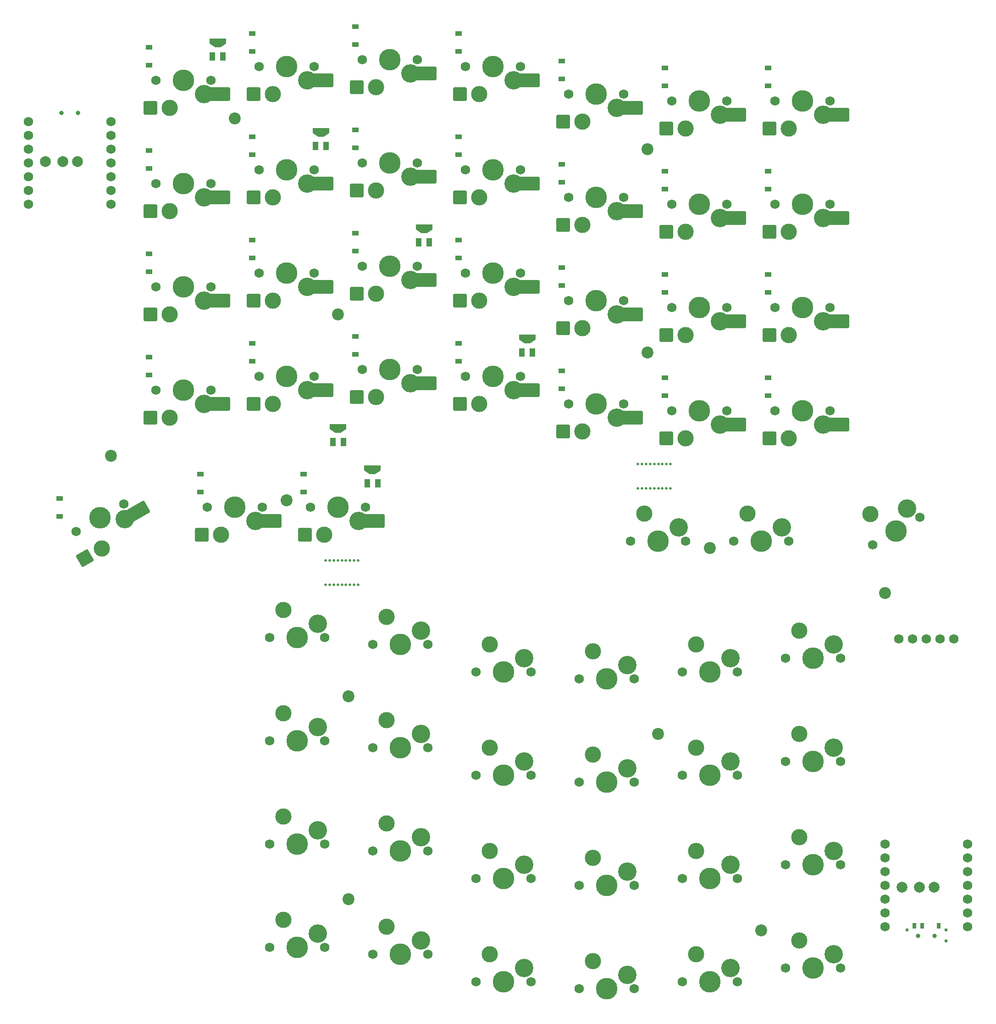
<source format=gbr>
%TF.GenerationSoftware,KiCad,Pcbnew,(6.0.7-1)-1*%
%TF.CreationDate,2023-01-14T16:38:51+08:00*%
%TF.ProjectId,prelude,7072656c-7564-4652-9e6b-696361645f70,rev?*%
%TF.SameCoordinates,Original*%
%TF.FileFunction,Soldermask,Bot*%
%TF.FilePolarity,Negative*%
%FSLAX46Y46*%
G04 Gerber Fmt 4.6, Leading zero omitted, Abs format (unit mm)*
G04 Created by KiCad (PCBNEW (6.0.7-1)-1) date 2023-01-14 16:38:51*
%MOMM*%
%LPD*%
G01*
G04 APERTURE LIST*
G04 Aperture macros list*
%AMRoundRect*
0 Rectangle with rounded corners*
0 $1 Rounding radius*
0 $2 $3 $4 $5 $6 $7 $8 $9 X,Y pos of 4 corners*
0 Add a 4 corners polygon primitive as box body*
4,1,4,$2,$3,$4,$5,$6,$7,$8,$9,$2,$3,0*
0 Add four circle primitives for the rounded corners*
1,1,$1+$1,$2,$3*
1,1,$1+$1,$4,$5*
1,1,$1+$1,$6,$7*
1,1,$1+$1,$8,$9*
0 Add four rect primitives between the rounded corners*
20,1,$1+$1,$2,$3,$4,$5,0*
20,1,$1+$1,$4,$5,$6,$7,0*
20,1,$1+$1,$6,$7,$8,$9,0*
20,1,$1+$1,$8,$9,$2,$3,0*%
%AMRotRect*
0 Rectangle, with rotation*
0 The origin of the aperture is its center*
0 $1 length*
0 $2 width*
0 $3 Rotation angle, in degrees counterclockwise*
0 Add horizontal line*
21,1,$1,$2,0,0,$3*%
%AMFreePoly0*
4,1,27,0.669380,1.507580,0.673100,1.498600,0.673100,-1.498600,0.669380,-1.507580,0.660400,-1.511300,-0.254000,-1.511300,-0.255209,-1.510799,-0.256491,-1.511053,-0.259564,-1.508995,-0.262980,-1.507580,-0.263480,-1.506373,-0.264567,-1.505645,-0.924967,-0.515045,-0.925685,-0.511417,-0.927100,-0.508000,-0.927100,0.508000,-0.925685,0.511417,-0.924967,0.515045,-0.264567,1.505645,-0.263480,1.506373,
-0.262980,1.507580,-0.259564,1.508995,-0.256491,1.511053,-0.255209,1.510799,-0.254000,1.511300,0.660400,1.511300,0.669380,1.507580,0.669380,1.507580,$1*%
G04 Aperture macros list end*
%ADD10C,3.000000*%
%ADD11C,1.750000*%
%ADD12C,3.987800*%
%ADD13C,3.400000*%
%ADD14RoundRect,0.250000X1.025000X1.000000X-1.025000X1.000000X-1.025000X-1.000000X1.025000X-1.000000X0*%
%ADD15R,2.550000X2.500000*%
%ADD16RoundRect,0.250000X0.387676X1.378525X-1.387676X0.353525X-0.387676X-1.378525X1.387676X-0.353525X0*%
%ADD17RotRect,2.550000X2.500000X210.000000*%
%ADD18R,1.200000X0.900000*%
%ADD19R,1.041400X1.524000*%
%ADD20FreePoly0,90.000000*%
%ADD21C,0.500000*%
%ADD22C,1.752600*%
%ADD23C,2.000000*%
%ADD24C,0.800000*%
%ADD25R,0.800000X1.000000*%
%ADD26R,0.600000X0.600000*%
%ADD27C,2.200000*%
G04 APERTURE END LIST*
D10*
%TO.C,SWL3-0*%
X-67260000Y-152955000D03*
D11*
X-59640000Y-158035000D03*
D12*
X-64720000Y-158035000D03*
D11*
X-69800000Y-158035000D03*
D13*
X-60910000Y-155495000D03*
%TD*%
D10*
%TO.C,SWL0-1*%
X-124410000Y-145335000D03*
D11*
X-116790000Y-150415000D03*
D12*
X-121870000Y-150415000D03*
D11*
X-126950000Y-150415000D03*
D13*
X-118060000Y-147875000D03*
%TD*%
D10*
%TO.C,SWL3-4*%
X-67260000Y-95805000D03*
D11*
X-59640000Y-100885000D03*
D12*
X-64720000Y-100885000D03*
D11*
X-69800000Y-100885000D03*
D13*
X-60910000Y-98345000D03*
%TD*%
D10*
%TO.C,SWL5-2*%
X-29160000Y-111045000D03*
D11*
X-21540000Y-116125000D03*
D12*
X-26620000Y-116125000D03*
D11*
X-31700000Y-116125000D03*
D13*
X-22810000Y-113585000D03*
%TD*%
D10*
%TO.C,SWL4-2*%
X-48210000Y-113585000D03*
D11*
X-40590000Y-118665000D03*
D12*
X-45670000Y-118665000D03*
D11*
X-50750000Y-118665000D03*
D13*
X-41860000Y-116125000D03*
%TD*%
D10*
%TO.C,SWL3-2*%
X-67260000Y-114855000D03*
D11*
X-59640000Y-119935000D03*
D12*
X-64720000Y-119935000D03*
D11*
X-69800000Y-119935000D03*
D13*
X-60910000Y-117395000D03*
%TD*%
D10*
%TO.C,SWL1-0*%
X-105360000Y-146605000D03*
D11*
X-97740000Y-151685000D03*
D12*
X-102820000Y-151685000D03*
D11*
X-107900000Y-151685000D03*
D13*
X-99010000Y-149145000D03*
%TD*%
D10*
%TO.C,SWL5-1*%
X-29160000Y-130095000D03*
D11*
X-21540000Y-135175000D03*
D12*
X-26620000Y-135175000D03*
D11*
X-31700000Y-135175000D03*
D13*
X-22810000Y-132635000D03*
%TD*%
D10*
%TO.C,SWL2-3*%
X-86310000Y-113585000D03*
D11*
X-78690000Y-118665000D03*
D12*
X-83770000Y-118665000D03*
D11*
X-88850000Y-118665000D03*
D13*
X-79960000Y-116125000D03*
%TD*%
D10*
%TO.C,SWL5-4*%
X-15967063Y-70441429D03*
D11*
X-6827949Y-71030838D03*
D12*
X-11227358Y-73570838D03*
D11*
X-15626767Y-76110838D03*
D13*
X-9197801Y-69466133D03*
%TD*%
D10*
%TO.C,SWL5-0*%
X-29160000Y-149145000D03*
D11*
X-21540000Y-154225000D03*
D12*
X-26620000Y-154225000D03*
D11*
X-31700000Y-154225000D03*
D13*
X-22810000Y-151685000D03*
%TD*%
D10*
%TO.C,SWL4-0*%
X-48210000Y-151685000D03*
D11*
X-40590000Y-156765000D03*
D12*
X-45670000Y-156765000D03*
D11*
X-50750000Y-156765000D03*
D13*
X-41860000Y-154225000D03*
%TD*%
D10*
%TO.C,SWL1-4*%
X-105360000Y-89455000D03*
D11*
X-97740000Y-94535000D03*
D12*
X-102820000Y-94535000D03*
D11*
X-107900000Y-94535000D03*
D13*
X-99010000Y-91995000D03*
%TD*%
D10*
%TO.C,SWL3-5*%
X-57735000Y-70405000D03*
D11*
X-50115000Y-75485000D03*
D12*
X-55195000Y-75485000D03*
D11*
X-60275000Y-75485000D03*
D13*
X-51385000Y-72945000D03*
%TD*%
D10*
%TO.C,SWL1-2*%
X-105360000Y-127555000D03*
D11*
X-97740000Y-132635000D03*
D12*
X-102820000Y-132635000D03*
D11*
X-107900000Y-132635000D03*
D13*
X-99010000Y-130095000D03*
%TD*%
D10*
%TO.C,SWL5-3*%
X-29160000Y-91995000D03*
D11*
X-21540000Y-97075000D03*
D12*
X-26620000Y-97075000D03*
D11*
X-31700000Y-97075000D03*
D13*
X-22810000Y-94535000D03*
%TD*%
D10*
%TO.C,SWL4-3*%
X-48210000Y-94535000D03*
D11*
X-40590000Y-99615000D03*
D12*
X-45670000Y-99615000D03*
D11*
X-50750000Y-99615000D03*
D13*
X-41860000Y-97075000D03*
%TD*%
D10*
%TO.C,SWL1-3*%
X-105360000Y-108505000D03*
D11*
X-97740000Y-113585000D03*
D12*
X-102820000Y-113585000D03*
D11*
X-107900000Y-113585000D03*
D13*
X-99010000Y-111045000D03*
%TD*%
D10*
%TO.C,SWL0-2*%
X-124410000Y-126285000D03*
D11*
X-116790000Y-131365000D03*
D12*
X-121870000Y-131365000D03*
D11*
X-126950000Y-131365000D03*
D13*
X-118060000Y-128825000D03*
%TD*%
D10*
%TO.C,SWL0-3*%
X-124410000Y-107235000D03*
D11*
X-116790000Y-112315000D03*
D12*
X-121870000Y-112315000D03*
D11*
X-126950000Y-112315000D03*
D13*
X-118060000Y-109775000D03*
%TD*%
D10*
%TO.C,SWL2-0*%
X-86310000Y-151685000D03*
D11*
X-78690000Y-156765000D03*
D12*
X-83770000Y-156765000D03*
D11*
X-88850000Y-156765000D03*
D13*
X-79960000Y-154225000D03*
%TD*%
D10*
%TO.C,SWL0-4*%
X-124410000Y-88185000D03*
D11*
X-116790000Y-93265000D03*
D12*
X-121870000Y-93265000D03*
D11*
X-126950000Y-93265000D03*
D13*
X-118060000Y-90725000D03*
%TD*%
D10*
%TO.C,SWL4-1*%
X-48210000Y-132635000D03*
D11*
X-40590000Y-137715000D03*
D12*
X-45670000Y-137715000D03*
D11*
X-50750000Y-137715000D03*
D13*
X-41860000Y-135175000D03*
%TD*%
D10*
%TO.C,SWL3-1*%
X-67260000Y-133905000D03*
D11*
X-59640000Y-138985000D03*
D12*
X-64720000Y-138985000D03*
D11*
X-69800000Y-138985000D03*
D13*
X-60910000Y-136445000D03*
%TD*%
D10*
%TO.C,SWL2-4*%
X-86310000Y-94535000D03*
D11*
X-78690000Y-99615000D03*
D12*
X-83770000Y-99615000D03*
D11*
X-88850000Y-99615000D03*
D13*
X-79960000Y-97075000D03*
%TD*%
D10*
%TO.C,SWL2-1*%
X-86310000Y-132635000D03*
D11*
X-78690000Y-137715000D03*
D12*
X-83770000Y-137715000D03*
D11*
X-88850000Y-137715000D03*
D13*
X-79960000Y-135175000D03*
%TD*%
D10*
%TO.C,SWL4-5*%
X-38685000Y-70405000D03*
D11*
X-31065000Y-75485000D03*
D12*
X-36145000Y-75485000D03*
D11*
X-41225000Y-75485000D03*
D13*
X-32335000Y-72945000D03*
%TD*%
D10*
%TO.C,SWR4-2*%
X-69215000Y-36195000D03*
D11*
X-61595000Y-31115000D03*
D12*
X-66675000Y-31115000D03*
D11*
X-71755000Y-31115000D03*
D14*
X-59315000Y-33655000D03*
D15*
X-61165000Y-33655000D03*
D13*
X-62865000Y-33655000D03*
D14*
X-72765000Y-36195000D03*
%TD*%
D10*
%TO.C,SWR2-4*%
X-107315000Y-48895000D03*
D11*
X-99695000Y-43815000D03*
D12*
X-104775000Y-43815000D03*
D11*
X-109855000Y-43815000D03*
D14*
X-97415000Y-46355000D03*
D15*
X-99265000Y-46355000D03*
D13*
X-100965000Y-46355000D03*
D14*
X-110865000Y-48895000D03*
%TD*%
D10*
%TO.C,SWR5-2*%
X-50165000Y-37465000D03*
D11*
X-42545000Y-32385000D03*
D12*
X-47625000Y-32385000D03*
D11*
X-52705000Y-32385000D03*
D14*
X-40265000Y-34925000D03*
D15*
X-42115000Y-34925000D03*
D13*
X-43815000Y-34925000D03*
D14*
X-53715000Y-37465000D03*
%TD*%
D10*
%TO.C,SWR1-0*%
X-126365000Y6985000D03*
D11*
X-118745000Y12065000D03*
D12*
X-123825000Y12065000D03*
D11*
X-128905000Y12065000D03*
D14*
X-116465000Y9525000D03*
D15*
X-118315000Y9525000D03*
D13*
X-120015000Y9525000D03*
D14*
X-129915000Y6985000D03*
%TD*%
%TO.C,SWR4-3*%
X-72765000Y-55245000D03*
D13*
X-62865000Y-52705000D03*
D15*
X-61165000Y-52705000D03*
D14*
X-59315000Y-52705000D03*
D11*
X-71755000Y-50165000D03*
D12*
X-66675000Y-50165000D03*
D11*
X-61595000Y-50165000D03*
D10*
X-69215000Y-55245000D03*
%TD*%
%TO.C,SWR0-5*%
X-157927347Y-76798571D03*
D11*
X-153868233Y-68589162D03*
D12*
X-158267642Y-71129162D03*
D11*
X-162667051Y-73669162D03*
D16*
X-150623695Y-69648867D03*
D17*
X-152225842Y-70573867D03*
D13*
X-153698085Y-71423867D03*
D16*
X-161001737Y-78573571D03*
%TD*%
D10*
%TO.C,SWR5-3*%
X-50165000Y-56515000D03*
D11*
X-42545000Y-51435000D03*
D12*
X-47625000Y-51435000D03*
D11*
X-52705000Y-51435000D03*
D14*
X-40265000Y-53975000D03*
D15*
X-42115000Y-53975000D03*
D13*
X-43815000Y-53975000D03*
D14*
X-53715000Y-56515000D03*
%TD*%
D10*
%TO.C,SWR3-2*%
X-88265000Y-31115000D03*
D11*
X-80645000Y-26035000D03*
D12*
X-85725000Y-26035000D03*
D11*
X-90805000Y-26035000D03*
D14*
X-78365000Y-28575000D03*
D15*
X-80215000Y-28575000D03*
D13*
X-81915000Y-28575000D03*
D14*
X-91815000Y-31115000D03*
%TD*%
D10*
%TO.C,SWR2-0*%
X-107315000Y8255000D03*
D11*
X-99695000Y13335000D03*
D12*
X-104775000Y13335000D03*
D11*
X-109855000Y13335000D03*
D14*
X-97415000Y10795000D03*
D15*
X-99265000Y10795000D03*
D13*
X-100965000Y10795000D03*
D14*
X-110865000Y8255000D03*
%TD*%
D10*
%TO.C,SWR6-0*%
X-31115000Y635000D03*
D11*
X-23495000Y5715000D03*
D12*
X-28575000Y5715000D03*
D11*
X-33655000Y5715000D03*
D14*
X-21215000Y3175000D03*
D15*
X-23065000Y3175000D03*
D13*
X-24765000Y3175000D03*
D14*
X-34665000Y635000D03*
%TD*%
D10*
%TO.C,SWR0-4*%
X-145415000Y-52705000D03*
D11*
X-137795000Y-47625000D03*
D12*
X-142875000Y-47625000D03*
D11*
X-147955000Y-47625000D03*
D14*
X-135515000Y-50165000D03*
D15*
X-137365000Y-50165000D03*
D13*
X-139065000Y-50165000D03*
D14*
X-148965000Y-52705000D03*
%TD*%
D10*
%TO.C,SWR1-2*%
X-126365000Y-12065000D03*
D11*
X-118745000Y-6985000D03*
D12*
X-123825000Y-6985000D03*
D11*
X-128905000Y-6985000D03*
D14*
X-116465000Y-9525000D03*
D15*
X-118315000Y-9525000D03*
D13*
X-120015000Y-9525000D03*
D14*
X-129915000Y-12065000D03*
%TD*%
D10*
%TO.C,SWR5-0*%
X-50165000Y635000D03*
D11*
X-42545000Y5715000D03*
D12*
X-47625000Y5715000D03*
D11*
X-52705000Y5715000D03*
D14*
X-40265000Y3175000D03*
D15*
X-42115000Y3175000D03*
D13*
X-43815000Y3175000D03*
D14*
X-53715000Y635000D03*
%TD*%
D10*
%TO.C,SWR2-5*%
X-116840000Y-74295000D03*
D11*
X-109220000Y-69215000D03*
D12*
X-114300000Y-69215000D03*
D11*
X-119380000Y-69215000D03*
D14*
X-106940000Y-71755000D03*
D15*
X-108790000Y-71755000D03*
D13*
X-110490000Y-71755000D03*
D14*
X-120390000Y-74295000D03*
%TD*%
D10*
%TO.C,SWR4-0*%
X-69215000Y1905000D03*
D11*
X-61595000Y6985000D03*
D12*
X-66675000Y6985000D03*
D11*
X-71755000Y6985000D03*
D14*
X-59315000Y4445000D03*
D15*
X-61165000Y4445000D03*
D13*
X-62865000Y4445000D03*
D14*
X-72765000Y1905000D03*
%TD*%
D10*
%TO.C,SWR1-5*%
X-135890000Y-74295000D03*
D11*
X-128270000Y-69215000D03*
D12*
X-133350000Y-69215000D03*
D11*
X-138430000Y-69215000D03*
D14*
X-125990000Y-71755000D03*
D15*
X-127840000Y-71755000D03*
D13*
X-129540000Y-71755000D03*
D14*
X-139440000Y-74295000D03*
%TD*%
D10*
%TO.C,SWR0-3*%
X-145415000Y-33655000D03*
D11*
X-137795000Y-28575000D03*
D12*
X-142875000Y-28575000D03*
D11*
X-147955000Y-28575000D03*
D14*
X-135515000Y-31115000D03*
D15*
X-137365000Y-31115000D03*
D13*
X-139065000Y-31115000D03*
D14*
X-148965000Y-33655000D03*
%TD*%
D10*
%TO.C,SWR6-1*%
X-31115000Y-18415000D03*
D11*
X-23495000Y-13335000D03*
D12*
X-28575000Y-13335000D03*
D11*
X-33655000Y-13335000D03*
D14*
X-21215000Y-15875000D03*
D15*
X-23065000Y-15875000D03*
D13*
X-24765000Y-15875000D03*
D14*
X-34665000Y-18415000D03*
%TD*%
D10*
%TO.C,SWR3-4*%
X-88265000Y-50165000D03*
D11*
X-80645000Y-45085000D03*
D12*
X-85725000Y-45085000D03*
D11*
X-90805000Y-45085000D03*
D14*
X-78365000Y-47625000D03*
D15*
X-80215000Y-47625000D03*
D13*
X-81915000Y-47625000D03*
D14*
X-91815000Y-50165000D03*
%TD*%
D10*
%TO.C,SWR5-1*%
X-50165000Y-18415000D03*
D11*
X-42545000Y-13335000D03*
D12*
X-47625000Y-13335000D03*
D11*
X-52705000Y-13335000D03*
D14*
X-40265000Y-15875000D03*
D15*
X-42115000Y-15875000D03*
D13*
X-43815000Y-15875000D03*
D14*
X-53715000Y-18415000D03*
%TD*%
D10*
%TO.C,SWR3-1*%
X-88265000Y-12065000D03*
D11*
X-80645000Y-6985000D03*
D12*
X-85725000Y-6985000D03*
D11*
X-90805000Y-6985000D03*
D14*
X-78365000Y-9525000D03*
D15*
X-80215000Y-9525000D03*
D13*
X-81915000Y-9525000D03*
D14*
X-91815000Y-12065000D03*
%TD*%
D10*
%TO.C,SWR0-2*%
X-145415000Y-14605000D03*
D11*
X-137795000Y-9525000D03*
D12*
X-142875000Y-9525000D03*
D11*
X-147955000Y-9525000D03*
D14*
X-135515000Y-12065000D03*
D15*
X-137365000Y-12065000D03*
D13*
X-139065000Y-12065000D03*
D14*
X-148965000Y-14605000D03*
%TD*%
D10*
%TO.C,SWR2-3*%
X-107315000Y-29845000D03*
D11*
X-99695000Y-24765000D03*
D12*
X-104775000Y-24765000D03*
D11*
X-109855000Y-24765000D03*
D14*
X-97415000Y-27305000D03*
D15*
X-99265000Y-27305000D03*
D13*
X-100965000Y-27305000D03*
D14*
X-110865000Y-29845000D03*
%TD*%
D10*
%TO.C,SWR6-3*%
X-31115000Y-56515000D03*
D11*
X-23495000Y-51435000D03*
D12*
X-28575000Y-51435000D03*
D11*
X-33655000Y-51435000D03*
D14*
X-21215000Y-53975000D03*
D15*
X-23065000Y-53975000D03*
D13*
X-24765000Y-53975000D03*
D14*
X-34665000Y-56515000D03*
%TD*%
D10*
%TO.C,SWR3-0*%
X-88265000Y6985000D03*
D11*
X-80645000Y12065000D03*
D12*
X-85725000Y12065000D03*
D11*
X-90805000Y12065000D03*
D14*
X-78365000Y9525000D03*
D15*
X-80215000Y9525000D03*
D13*
X-81915000Y9525000D03*
D14*
X-91815000Y6985000D03*
%TD*%
D10*
%TO.C,SWR4-1*%
X-69215000Y-17145000D03*
D11*
X-61595000Y-12065000D03*
D12*
X-66675000Y-12065000D03*
D11*
X-71755000Y-12065000D03*
D14*
X-59315000Y-14605000D03*
D15*
X-61165000Y-14605000D03*
D13*
X-62865000Y-14605000D03*
D14*
X-72765000Y-17145000D03*
%TD*%
D10*
%TO.C,SWR1-3*%
X-126365000Y-31115000D03*
D11*
X-118745000Y-26035000D03*
D12*
X-123825000Y-26035000D03*
D11*
X-128905000Y-26035000D03*
D14*
X-116465000Y-28575000D03*
D15*
X-118315000Y-28575000D03*
D13*
X-120015000Y-28575000D03*
D14*
X-129915000Y-31115000D03*
%TD*%
D10*
%TO.C,SWR2-1*%
X-107315000Y-10795000D03*
D11*
X-99695000Y-5715000D03*
D12*
X-104775000Y-5715000D03*
D11*
X-109855000Y-5715000D03*
D14*
X-97415000Y-8255000D03*
D15*
X-99265000Y-8255000D03*
D13*
X-100965000Y-8255000D03*
D14*
X-110865000Y-10795000D03*
%TD*%
D10*
%TO.C,SWR1-4*%
X-126365000Y-50165000D03*
D11*
X-118745000Y-45085000D03*
D12*
X-123825000Y-45085000D03*
D11*
X-128905000Y-45085000D03*
D14*
X-116465000Y-47625000D03*
D15*
X-118315000Y-47625000D03*
D13*
X-120015000Y-47625000D03*
D14*
X-129915000Y-50165000D03*
%TD*%
D10*
%TO.C,SWR6-2*%
X-31115000Y-37465000D03*
D11*
X-23495000Y-32385000D03*
D12*
X-28575000Y-32385000D03*
D11*
X-33655000Y-32385000D03*
D14*
X-21215000Y-34925000D03*
D15*
X-23065000Y-34925000D03*
D13*
X-24765000Y-34925000D03*
D14*
X-34665000Y-37465000D03*
%TD*%
D10*
%TO.C,SWR0-1*%
X-145415000Y4445000D03*
D11*
X-137795000Y9525000D03*
D12*
X-142875000Y9525000D03*
D11*
X-147955000Y9525000D03*
D14*
X-135515000Y6985000D03*
D15*
X-137365000Y6985000D03*
D13*
X-139065000Y6985000D03*
D14*
X-148965000Y4445000D03*
%TD*%
D18*
%TO.C,D30*%
X-73025000Y-25020000D03*
X-73025000Y-28320000D03*
%TD*%
%TO.C,D2*%
X-149225000Y-3430000D03*
X-149225000Y-6730000D03*
%TD*%
%TO.C,D7*%
X-130175000Y18160000D03*
X-130175000Y14860000D03*
%TD*%
%TO.C,D21*%
X-92075000Y18160000D03*
X-92075000Y14860000D03*
%TD*%
%TO.C,D9*%
X-130175000Y-890000D03*
X-130175000Y-4190000D03*
%TD*%
%TO.C,D17*%
X-111125000Y-18670000D03*
X-111125000Y-21970000D03*
%TD*%
%TO.C,D22*%
X-92075000Y-890000D03*
X-92075000Y-4190000D03*
%TD*%
%TO.C,D35*%
X-53975000Y11810000D03*
X-53975000Y8510000D03*
%TD*%
%TO.C,D36*%
X-53975000Y-7240000D03*
X-53975000Y-10540000D03*
%TD*%
%TO.C,D19*%
X-120650000Y-63120000D03*
X-120650000Y-66420000D03*
%TD*%
%TO.C,D59*%
X-34925000Y-7240000D03*
X-34925000Y-10540000D03*
%TD*%
%TO.C,D0*%
X-34925000Y11810000D03*
X-34925000Y8510000D03*
%TD*%
%TO.C,D61*%
X-53975000Y-45340000D03*
X-53975000Y-48640000D03*
%TD*%
%TO.C,D18*%
X-111125000Y-37720000D03*
X-111125000Y-41020000D03*
%TD*%
%TO.C,D11*%
X-130175000Y-38990000D03*
X-130175000Y-42290000D03*
%TD*%
%TO.C,D29*%
X-73025000Y-5970000D03*
X-73025000Y-9270000D03*
%TD*%
%TO.C,D31*%
X-73025000Y-44070000D03*
X-73025000Y-47370000D03*
%TD*%
%TO.C,D37*%
X-53975000Y-26290000D03*
X-53975000Y-29590000D03*
%TD*%
%TO.C,D3*%
X-149225000Y-22480000D03*
X-149225000Y-25780000D03*
%TD*%
%TO.C,D62*%
X-34925000Y-45340000D03*
X-34925000Y-48640000D03*
%TD*%
%TO.C,D23*%
X-92075000Y-19940000D03*
X-92075000Y-23240000D03*
%TD*%
%TO.C,D12*%
X-139700000Y-63120000D03*
X-139700000Y-66420000D03*
%TD*%
%TO.C,D1*%
X-149225000Y15620000D03*
X-149225000Y12320000D03*
%TD*%
%TO.C,D10*%
X-130175000Y-19940000D03*
X-130175000Y-23240000D03*
%TD*%
%TO.C,D28*%
X-73025000Y13080000D03*
X-73025000Y9780000D03*
%TD*%
%TO.C,D5*%
X-165735000Y-67565000D03*
X-165735000Y-70865000D03*
%TD*%
%TO.C,D25*%
X-92075000Y-38990000D03*
X-92075000Y-42290000D03*
%TD*%
%TO.C,D60*%
X-34925000Y-26290000D03*
X-34925000Y-29590000D03*
%TD*%
%TO.C,D14*%
X-111125000Y19430000D03*
X-111125000Y16130000D03*
%TD*%
%TO.C,D4*%
X-149225000Y-41530000D03*
X-149225000Y-44830000D03*
%TD*%
%TO.C,D15*%
X-111125000Y380000D03*
X-111125000Y-2920000D03*
%TD*%
D19*
%TO.C,Dx8*%
X-118452900Y-2540000D03*
X-116497100Y-2540000D03*
D20*
X-117475000Y88900D03*
%TD*%
D19*
%TO.C,Dx9*%
X-99402900Y-20320000D03*
X-97447100Y-20320000D03*
D20*
X-98425000Y-17691100D03*
%TD*%
D19*
%TO.C,Dx7*%
X-137502900Y13970000D03*
X-135547100Y13970000D03*
D20*
X-136525000Y16598900D03*
%TD*%
D19*
%TO.C,Dx12*%
X-108927900Y-64770000D03*
X-106972100Y-64770000D03*
D20*
X-107950000Y-62141100D03*
%TD*%
D19*
%TO.C,Dx10*%
X-80352900Y-40640000D03*
X-78397100Y-40640000D03*
D20*
X-79375000Y-38011100D03*
%TD*%
D19*
%TO.C,Dx11*%
X-115277900Y-57150000D03*
X-113322100Y-57150000D03*
D20*
X-114300000Y-54521100D03*
%TD*%
D21*
%TO.C,mouse-bite-5mm-slot*%
X-56660000Y-65710000D03*
X-55160000Y-61210000D03*
X-57410000Y-61210000D03*
X-57410000Y-65710000D03*
X-52910000Y-65710000D03*
X-58160000Y-65710000D03*
X-55910000Y-65710000D03*
X-53660000Y-61210000D03*
X-58910000Y-65710000D03*
X-54410000Y-61210000D03*
X-55160000Y-65710000D03*
X-55910000Y-61210000D03*
X-56660000Y-61210000D03*
X-54410000Y-65710000D03*
X-58910000Y-61210000D03*
X-52910000Y-61210000D03*
X-53660000Y-65710000D03*
X-58160000Y-61210000D03*
%TD*%
%TO.C,mouse-bite-5mm-slot*%
X-115835000Y-78990000D03*
X-111335000Y-83490000D03*
X-110585000Y-78990000D03*
X-116585000Y-78990000D03*
X-112085000Y-83490000D03*
X-114335000Y-78990000D03*
X-113585000Y-78990000D03*
X-112835000Y-83490000D03*
X-112085000Y-78990000D03*
X-116585000Y-83490000D03*
X-111335000Y-78990000D03*
X-113585000Y-83490000D03*
X-115835000Y-83490000D03*
X-110585000Y-83490000D03*
X-115085000Y-83490000D03*
X-115085000Y-78990000D03*
X-112835000Y-78990000D03*
X-114335000Y-83490000D03*
%TD*%
D22*
%TO.C,U2*%
X-156210000Y-13335000D03*
X-171450000Y-13335000D03*
D23*
X-168330000Y-5415000D03*
D22*
X-156210000Y1905000D03*
X-156210000Y-635000D03*
X-156210000Y-3175000D03*
X-156210000Y-5715000D03*
X-156210000Y-8255000D03*
X-156210000Y-10795000D03*
X-171450000Y-10795000D03*
X-171450000Y-8255000D03*
X-171450000Y-5715000D03*
X-171450000Y-3175000D03*
X-171450000Y-635000D03*
X-171450000Y1905000D03*
%TD*%
D23*
%TO.C,U1*%
X-10165000Y-139285000D03*
D22*
X1955000Y-146605000D03*
X1955000Y-144065000D03*
X1955000Y-141525000D03*
X1955000Y-138985000D03*
X1955000Y-136445000D03*
X1955000Y-133905000D03*
X1955000Y-131365000D03*
X-13285000Y-131365000D03*
X-13285000Y-133905000D03*
X-13285000Y-136445000D03*
X-13285000Y-138985000D03*
X-13285000Y-141525000D03*
X-13285000Y-144065000D03*
X-13285000Y-146605000D03*
%TD*%
D23*
%TO.C,TP3*%
X-165100000Y-5415000D03*
%TD*%
%TO.C,TP4*%
X-162433000Y-5415000D03*
%TD*%
D22*
%TO.C,Display1*%
X-585000Y-93519000D03*
X-3125000Y-93519000D03*
X-5665000Y-93519000D03*
X-8205000Y-93519000D03*
X-10745000Y-93519000D03*
%TD*%
D23*
%TO.C,TP1*%
X-6935000Y-139285000D03*
%TD*%
%TO.C,TP2*%
X-4268000Y-139285000D03*
%TD*%
D24*
%TO.C,Tog1*%
X-165330000Y3542500D03*
X-162330000Y3542500D03*
%TD*%
D25*
%TO.C,Tog0*%
X-7915000Y-146372500D03*
X-6415000Y-146372500D03*
X-3415000Y-146372500D03*
D26*
X-2065000Y-147172500D03*
X-9265000Y-147172500D03*
D24*
X-4165000Y-148242500D03*
D26*
X-2065000Y-149212500D03*
D24*
X-7165000Y-148242500D03*
%TD*%
D27*
%TO.C,REF\u002A\u002A*%
X-57150000Y-3175000D03*
%TD*%
%TO.C,REF\u002A\u002A*%
X-156210000Y-59690000D03*
%TD*%
%TO.C,REF\u002A\u002A*%
X-114300000Y-33655000D03*
%TD*%
%TO.C,REF\u002A\u002A*%
X-57150000Y-40640000D03*
%TD*%
%TO.C,REF\u002A\u002A*%
X-133350000Y2540000D03*
%TD*%
%TO.C,REF\u002A\u002A*%
X-123825000Y-67945000D03*
%TD*%
%TO.C,REF\u002A\u002A*%
X-55195000Y-111045000D03*
%TD*%
%TO.C,REF\u002A\u002A*%
X-45670000Y-76755000D03*
%TD*%
%TO.C,REF\u002A\u002A*%
X-13285000Y-85010000D03*
%TD*%
%TO.C,REF\u002A\u002A*%
X-36145000Y-147240000D03*
%TD*%
%TO.C,REF\u002A\u002A*%
X-112345000Y-141525000D03*
%TD*%
%TO.C,REF\u002A\u002A*%
X-112345000Y-104060000D03*
%TD*%
M02*

</source>
